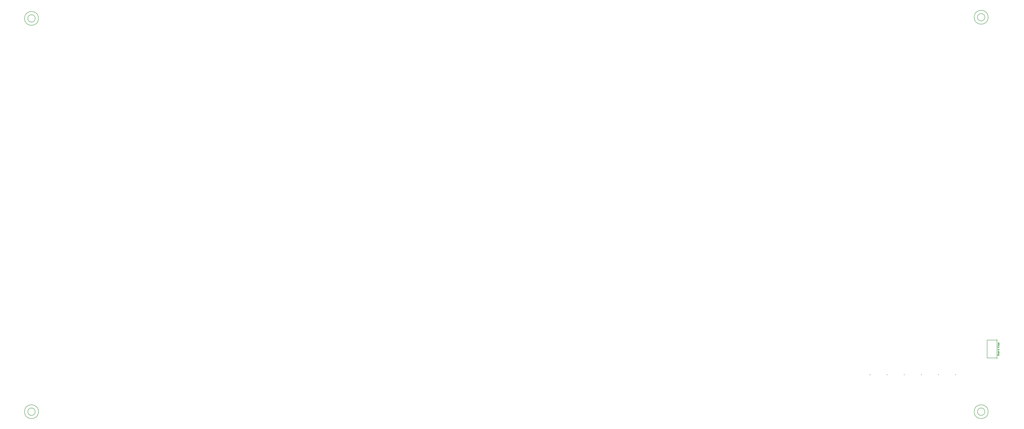
<source format=gbr>
%TF.GenerationSoftware,Altium Limited,Altium Designer,21.6.4 (81)*%
G04 Layer_Color=16711935*
%FSLAX26Y26*%
%MOIN*%
%TF.SameCoordinates,892991E7-994B-4F78-B437-02A20B6E2807*%
%TF.FilePolarity,Positive*%
%TF.FileFunction,Other,Top_Assembly*%
%TF.Part,Single*%
G01*
G75*
%TA.AperFunction,NonConductor*%
%ADD131C,0.005000*%
%ADD160C,0.003937*%
D131*
X422047Y300000D02*
G03*
X422047Y300000I-122047J0D01*
G01*
X364961D02*
G03*
X364961Y300000I-64961J0D01*
G01*
X422047Y7200000D02*
G03*
X422047Y7200000I-122047J0D01*
G01*
X364961D02*
G03*
X364961Y7200000I-64961J0D01*
G01*
X17072046Y7220000D02*
G03*
X17072046Y7220000I-122047J0D01*
G01*
X17014961D02*
G03*
X17014961Y7220000I-64961J0D01*
G01*
X17072046Y300000D02*
G03*
X17072046Y300000I-122047J0D01*
G01*
X17014961D02*
G03*
X17014961Y300000I-64961J0D01*
G01*
X17227087Y1558465D02*
Y1569291D01*
Y1230709D02*
Y1241535D01*
Y1242520D02*
Y1557480D01*
Y1241533D02*
Y1242520D01*
X17056221Y1241533D02*
X17227087D01*
X17056221D02*
Y1557480D01*
X17227087D01*
X17240873Y1285827D02*
X17264488D01*
Y1297634D01*
X17260553Y1301570D01*
X17256617D01*
X17252682Y1297634D01*
Y1285827D01*
Y1297634D01*
X17248745Y1301570D01*
X17244810D01*
X17240873Y1297634D01*
Y1285827D01*
X17264488Y1313377D02*
Y1321248D01*
X17260553Y1325184D01*
X17252682D01*
X17248745Y1321248D01*
Y1313377D01*
X17252682Y1309441D01*
X17260553D01*
X17264488Y1313377D01*
X17248745Y1336991D02*
Y1344863D01*
X17252682Y1348799D01*
X17264488D01*
Y1336991D01*
X17260553Y1333056D01*
X17256617Y1336991D01*
Y1348799D01*
X17248745Y1356670D02*
X17264488D01*
X17256617D01*
X17252682Y1360606D01*
X17248745Y1364542D01*
Y1368477D01*
X17240873Y1396027D02*
X17264488D01*
Y1384220D01*
X17260553Y1380284D01*
X17252682D01*
X17248745Y1384220D01*
Y1396027D01*
X17240873Y1443256D02*
Y1427513D01*
X17264488D01*
Y1443256D01*
X17252682Y1427513D02*
Y1435385D01*
X17240873Y1466870D02*
X17264488D01*
Y1455063D01*
X17260553Y1451128D01*
X17252682D01*
X17248745Y1455063D01*
Y1466870D01*
X17272360Y1482613D02*
Y1486549D01*
X17268423Y1490485D01*
X17248745D01*
Y1478678D01*
X17252682Y1474742D01*
X17260553D01*
X17264488Y1478678D01*
Y1490485D01*
Y1510164D02*
Y1502292D01*
X17260553Y1498356D01*
X17252682D01*
X17248745Y1502292D01*
Y1510164D01*
X17252682Y1514099D01*
X17256617D01*
Y1498356D01*
D160*
X16500000Y942126D02*
Y957874D01*
X16492126Y950000D02*
X16507874D01*
X15000000Y942126D02*
Y957874D01*
X14992126Y950000D02*
X15007874D01*
X15592126D02*
X15607874D01*
X15600000Y942126D02*
Y957874D01*
X15300000Y942126D02*
Y957874D01*
X15292126Y950000D02*
X15307874D01*
X15900000Y942126D02*
Y957874D01*
X15892126Y950000D02*
X15907874D01*
X16200001Y942126D02*
Y957874D01*
X16192125Y950000D02*
X16207874D01*
%TF.MD5,c839f69e67b740641b85f431dea00fe6*%
M02*

</source>
